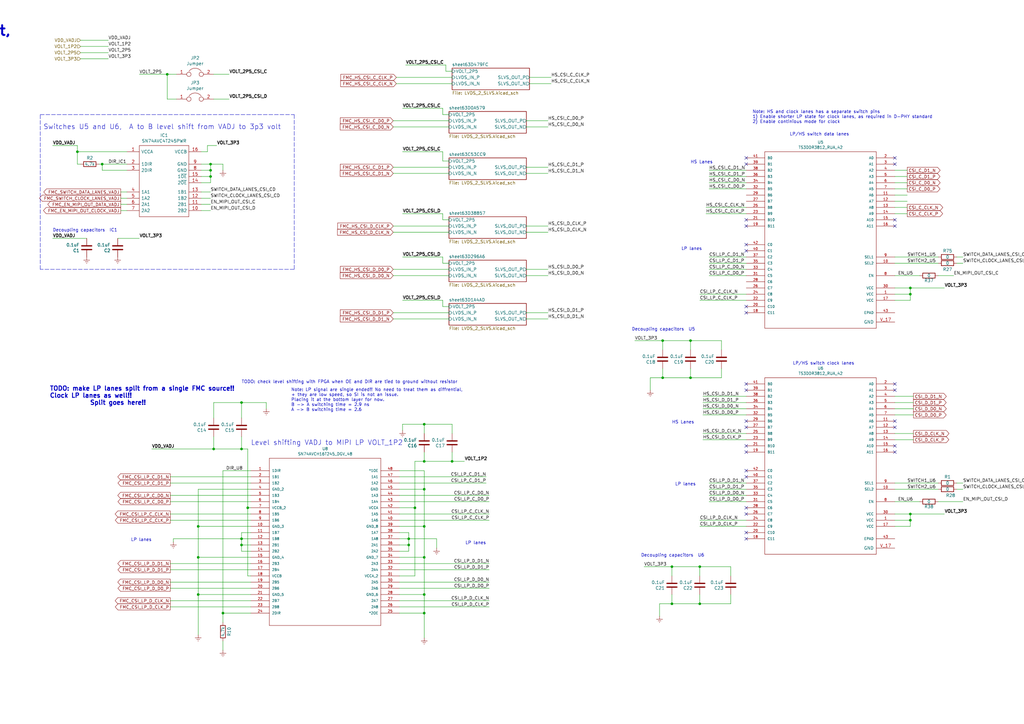
<source format=kicad_sch>
(kicad_sch (version 20211123) (generator eeschema)
  (paper "A3")
  (junction (at 87.63 184.15))
  (junction (at 170.18 208.28))
  (junction (at 91.44 251.46))
  (junction (at 275.59 247.65))
  (junction (at 99.06 165.1))
  (junction (at 287.02 232.41))
  (junction (at 275.59 232.41))
  (junction (at 167.64 223.52))
  (junction (at 283.21 139.7))
  (junction (at 173.99 215.9))
  (junction (at 99.06 184.15))
  (junction (at 287.02 247.65))
  (junction (at 373.38 118.11))
  (junction (at 173.99 251.46))
  (junction (at 373.38 120.65))
  (junction (at 373.38 210.82))
  (junction (at 167.64 220.98))
  (junction (at 81.28 243.84))
  (junction (at 173.99 200.66))
  (junction (at 271.78 154.94))
  (junction (at 99.06 220.98))
  (junction (at 101.6 208.28))
  (junction (at 173.99 189.23))
  (junction (at 31.75 62.23))
  (junction (at 373.38 213.36))
  (junction (at 173.99 173.99))
  (junction (at 86.36 72.39))
  (junction (at 271.78 139.7))
  (junction (at 41.91 67.31))
  (junction (at 173.99 228.6))
  (junction (at 86.36 69.85))
  (junction (at 99.06 223.52))
  (junction (at 185.42 189.23))
  (junction (at 68.58 30.48))
  (junction (at 86.36 67.31))
  (junction (at 81.28 215.9))
  (junction (at 283.21 154.94))
  (junction (at 81.28 228.6))
  (junction (at 173.99 243.84))
  (no_connect (at 306.07 210.82))
  (no_connect (at 306.07 193.04))
  (no_connect (at 306.07 100.33))
  (no_connect (at 306.07 218.44))
  (no_connect (at 367.03 185.42))
  (no_connect (at 306.07 220.98))
  (no_connect (at 306.07 90.17))
  (no_connect (at 306.07 67.31))
  (no_connect (at 306.07 64.77))
  (no_connect (at 306.07 185.42))
  (no_connect (at 367.03 64.77))
  (no_connect (at 367.03 90.17))
  (no_connect (at 367.03 175.26))
  (no_connect (at 306.07 208.28))
  (no_connect (at 367.03 160.02))
  (no_connect (at 306.07 172.72))
  (no_connect (at 306.07 175.26))
  (no_connect (at 306.07 102.87))
  (no_connect (at 367.03 157.48))
  (no_connect (at 367.03 92.71))
  (no_connect (at 306.07 157.48))
  (no_connect (at 367.03 182.88))
  (no_connect (at 367.03 172.72))
  (no_connect (at 306.07 92.71))
  (no_connect (at 306.07 125.73))
  (no_connect (at 306.07 195.58))
  (no_connect (at 306.07 128.27))
  (no_connect (at 306.07 160.02))
  (no_connect (at 306.07 182.88))
  (no_connect (at 367.03 67.31))
  (wire (pts (xy 373.38 118.11) (xy 373.38 120.65)))
  (wire (pts (xy 181.61 66.04) (xy 184.15 66.04)))
  (wire (pts (xy 82.55 62.23) (xy 85.09 62.23)))
  (wire (pts (xy 102.87 233.68) (xy 69.85 233.68)))
  (wire (pts (xy 69.85 203.2) (xy 102.87 203.2)))
  (wire (pts (xy 161.29 128.27) (xy 184.15 128.27)))
  (wire (pts (xy 86.36 72.39) (xy 86.36 69.85)))
  (wire (pts (xy 99.06 220.98) (xy 71.12 220.98)))
  (wire (pts (xy 102.87 193.04) (xy 91.44 193.04)))
  (wire (pts (xy 69.85 248.92) (xy 102.87 248.92)))
  (wire (pts (xy 57.15 97.79) (xy 48.26 97.79)))
  (wire (pts (xy 184.15 52.07) (xy 161.29 52.07)))
  (wire (pts (xy 271.78 139.7) (xy 271.78 143.51)))
  (wire (pts (xy 299.72 236.22) (xy 299.72 232.41)))
  (polyline (pts (xy 120.65 46.99) (xy 120.65 110.49)))
  (wire (pts (xy 283.21 139.7) (xy 271.78 139.7)))
  (wire (pts (xy 33.02 21.59) (xy 44.45 21.59)))
  (wire (pts (xy 99.06 184.15) (xy 101.6 184.15)))
  (wire (pts (xy 68.58 30.48) (xy 72.39 30.48)))
  (wire (pts (xy 102.87 223.52) (xy 99.06 223.52)))
  (wire (pts (xy 163.83 243.84) (xy 173.99 243.84)))
  (wire (pts (xy 184.15 107.95) (xy 181.61 107.95)))
  (wire (pts (xy 163.83 195.58) (xy 199.39 195.58)))
  (wire (pts (xy 81.28 200.66) (xy 81.28 215.9)))
  (wire (pts (xy 161.29 68.58) (xy 184.15 68.58)))
  (wire (pts (xy 52.07 69.85) (xy 41.91 69.85)))
  (wire (pts (xy 287.02 247.65) (xy 275.59 247.65)))
  (wire (pts (xy 306.07 203.2) (xy 290.83 203.2)))
  (wire (pts (xy 373.38 123.19) (xy 367.03 123.19)))
  (wire (pts (xy 392.43 198.12) (xy 394.97 198.12)))
  (wire (pts (xy 287.02 232.41) (xy 275.59 232.41)))
  (wire (pts (xy 69.85 195.58) (xy 102.87 195.58)))
  (wire (pts (xy 217.17 34.29) (xy 226.06 34.29)))
  (wire (pts (xy 217.17 31.75) (xy 226.06 31.75)))
  (wire (pts (xy 69.85 238.76) (xy 102.87 238.76)))
  (wire (pts (xy 306.07 170.18) (xy 288.29 170.18)))
  (wire (pts (xy 270.51 247.65) (xy 270.51 252.73)))
  (wire (pts (xy 41.91 69.85) (xy 41.91 67.31)))
  (wire (pts (xy 181.61 107.95) (xy 181.61 105.41)))
  (wire (pts (xy 62.23 184.15) (xy 87.63 184.15)))
  (wire (pts (xy 215.9 128.27) (xy 224.79 128.27)))
  (wire (pts (xy 163.83 248.92) (xy 200.66 248.92)))
  (wire (pts (xy 170.18 236.22) (xy 170.18 208.28)))
  (wire (pts (xy 102.87 213.36) (xy 69.85 213.36)))
  (wire (pts (xy 173.99 228.6) (xy 173.99 243.84)))
  (wire (pts (xy 81.28 215.9) (xy 81.28 228.6)))
  (wire (pts (xy 82.55 67.31) (xy 86.36 67.31)))
  (wire (pts (xy 367.03 165.1) (xy 374.65 165.1)))
  (wire (pts (xy 163.83 218.44) (xy 167.64 218.44)))
  (wire (pts (xy 215.9 92.71) (xy 224.79 92.71)))
  (wire (pts (xy 306.07 213.36) (xy 287.02 213.36)))
  (wire (pts (xy 306.07 110.49) (xy 290.83 110.49)))
  (wire (pts (xy 367.03 177.8) (xy 374.65 177.8)))
  (wire (pts (xy 306.07 215.9) (xy 287.02 215.9)))
  (wire (pts (xy 275.59 243.84) (xy 275.59 247.65)))
  (wire (pts (xy 101.6 184.15) (xy 101.6 208.28)))
  (wire (pts (xy 161.29 113.03) (xy 184.15 113.03)))
  (wire (pts (xy 167.64 226.06) (xy 163.83 226.06)))
  (wire (pts (xy 91.44 262.89) (xy 91.44 266.7)))
  (wire (pts (xy 299.72 232.41) (xy 287.02 232.41)))
  (wire (pts (xy 102.87 215.9) (xy 81.28 215.9)))
  (wire (pts (xy 306.07 198.12) (xy 290.83 198.12)))
  (wire (pts (xy 33.02 24.13) (xy 44.45 24.13)))
  (wire (pts (xy 99.06 165.1) (xy 109.22 165.1)))
  (wire (pts (xy 52.07 81.28) (xy 49.53 81.28)))
  (wire (pts (xy 306.07 180.34) (xy 288.29 180.34)))
  (wire (pts (xy 295.91 139.7) (xy 283.21 139.7)))
  (wire (pts (xy 299.72 243.84) (xy 299.72 247.65)))
  (wire (pts (xy 86.36 67.31) (xy 91.44 67.31)))
  (wire (pts (xy 392.43 107.95) (xy 394.97 107.95)))
  (wire (pts (xy 367.03 200.66) (xy 384.81 200.66)))
  (wire (pts (xy 215.9 52.07) (xy 224.79 52.07)))
  (wire (pts (xy 167.64 220.98) (xy 179.07 220.98)))
  (wire (pts (xy 173.99 251.46) (xy 173.99 261.62)))
  (wire (pts (xy 87.63 171.45) (xy 87.63 165.1)))
  (wire (pts (xy 173.99 215.9) (xy 173.99 228.6)))
  (wire (pts (xy 184.15 110.49) (xy 161.29 110.49)))
  (wire (pts (xy 306.07 162.56) (xy 288.29 162.56)))
  (wire (pts (xy 173.99 173.99) (xy 185.42 173.99)))
  (wire (pts (xy 182.88 29.21) (xy 182.88 26.67)))
  (wire (pts (xy 86.36 69.85) (xy 86.36 67.31)))
  (wire (pts (xy 215.9 113.03) (xy 224.79 113.03)))
  (wire (pts (xy 163.83 210.82) (xy 200.66 210.82)))
  (wire (pts (xy 99.06 220.98) (xy 99.06 223.52)))
  (wire (pts (xy 40.64 67.31) (xy 41.91 67.31)))
  (wire (pts (xy 33.02 19.05) (xy 44.45 19.05)))
  (wire (pts (xy 367.03 167.64) (xy 374.65 167.64)))
  (wire (pts (xy 215.9 49.53) (xy 224.79 49.53)))
  (wire (pts (xy 52.07 78.74) (xy 49.53 78.74)))
  (wire (pts (xy 167.64 223.52) (xy 167.64 226.06)))
  (wire (pts (xy 163.83 236.22) (xy 170.18 236.22)))
  (wire (pts (xy 392.43 105.41) (xy 394.97 105.41)))
  (wire (pts (xy 275.59 232.41) (xy 275.59 236.22)))
  (wire (pts (xy 85.09 62.23) (xy 85.09 59.69)))
  (wire (pts (xy 68.58 40.64) (xy 72.39 40.64)))
  (wire (pts (xy 373.38 215.9) (xy 367.03 215.9)))
  (wire (pts (xy 181.61 62.23) (xy 181.61 66.04)))
  (wire (pts (xy 163.83 246.38) (xy 200.66 246.38)))
  (wire (pts (xy 306.07 167.64) (xy 288.29 167.64)))
  (wire (pts (xy 102.87 228.6) (xy 81.28 228.6)))
  (wire (pts (xy 295.91 154.94) (xy 283.21 154.94)))
  (wire (pts (xy 184.15 46.99) (xy 181.61 46.99)))
  (wire (pts (xy 185.42 29.21) (xy 182.88 29.21)))
  (wire (pts (xy 287.02 243.84) (xy 287.02 247.65)))
  (wire (pts (xy 102.87 218.44) (xy 99.06 218.44)))
  (wire (pts (xy 163.83 213.36) (xy 200.66 213.36)))
  (wire (pts (xy 367.03 105.41) (xy 384.81 105.41)))
  (wire (pts (xy 373.38 118.11) (xy 367.03 118.11)))
  (wire (pts (xy 283.21 151.13) (xy 283.21 154.94)))
  (wire (pts (xy 181.61 123.19) (xy 165.1 123.19)))
  (wire (pts (xy 173.99 189.23) (xy 170.18 189.23)))
  (wire (pts (xy 91.44 251.46) (xy 91.44 255.27)))
  (wire (pts (xy 215.9 68.58) (xy 224.79 68.58)))
  (wire (pts (xy 367.03 180.34) (xy 374.65 180.34)))
  (wire (pts (xy 165.1 176.53) (xy 165.1 173.99)))
  (wire (pts (xy 99.06 218.44) (xy 99.06 220.98)))
  (wire (pts (xy 306.07 107.95) (xy 290.83 107.95)))
  (wire (pts (xy 367.03 77.47) (xy 372.11 77.47)))
  (wire (pts (xy 181.61 46.99) (xy 181.61 44.45)))
  (wire (pts (xy 306.07 177.8) (xy 288.29 177.8)))
  (wire (pts (xy 41.91 67.31) (xy 52.07 67.31)))
  (wire (pts (xy 181.61 87.63) (xy 165.1 87.63)))
  (wire (pts (xy 21.59 59.69) (xy 31.75 59.69)))
  (polyline (pts (xy 16.51 110.49) (xy 16.51 46.99)))
  (wire (pts (xy 373.38 210.82) (xy 387.35 210.82)))
  (wire (pts (xy 181.61 125.73) (xy 181.61 123.19)))
  (wire (pts (xy 392.43 200.66) (xy 394.97 200.66)))
  (wire (pts (xy 99.06 171.45) (xy 99.06 165.1)))
  (wire (pts (xy 99.06 226.06) (xy 102.87 226.06)))
  (wire (pts (xy 69.85 210.82) (xy 102.87 210.82)))
  (wire (pts (xy 306.07 200.66) (xy 290.83 200.66)))
  (wire (pts (xy 82.55 69.85) (xy 86.36 69.85)))
  (wire (pts (xy 215.9 71.12) (xy 224.79 71.12)))
  (wire (pts (xy 185.42 185.42) (xy 185.42 189.23)))
  (wire (pts (xy 373.38 213.36) (xy 367.03 213.36)))
  (wire (pts (xy 87.63 30.48) (xy 93.98 30.48)))
  (wire (pts (xy 215.9 110.49) (xy 224.79 110.49)))
  (wire (pts (xy 87.63 179.07) (xy 87.63 184.15)))
  (wire (pts (xy 306.07 77.47) (xy 290.83 77.47)))
  (wire (pts (xy 283.21 143.51) (xy 283.21 139.7)))
  (wire (pts (xy 161.29 95.25) (xy 184.15 95.25)))
  (wire (pts (xy 367.03 74.93) (xy 372.11 74.93)))
  (wire (pts (xy 163.83 205.74) (xy 200.66 205.74)))
  (wire (pts (xy 163.83 251.46) (xy 173.99 251.46)))
  (wire (pts (xy 287.02 236.22) (xy 287.02 232.41)))
  (wire (pts (xy 287.02 120.65) (xy 306.07 120.65)))
  (wire (pts (xy 91.44 193.04) (xy 91.44 251.46)))
  (wire (pts (xy 367.03 82.55) (xy 372.11 82.55)))
  (wire (pts (xy 173.99 185.42) (xy 173.99 189.23)))
  (wire (pts (xy 373.38 120.65) (xy 367.03 120.65)))
  (wire (pts (xy 170.18 189.23) (xy 170.18 208.28)))
  (wire (pts (xy 266.7 154.94) (xy 266.7 160.02)))
  (wire (pts (xy 33.02 16.51) (xy 44.45 16.51)))
  (wire (pts (xy 173.99 200.66) (xy 173.99 215.9)))
  (wire (pts (xy 163.83 198.12) (xy 199.39 198.12)))
  (wire (pts (xy 31.75 62.23) (xy 52.07 62.23)))
  (wire (pts (xy 306.07 113.03) (xy 290.83 113.03)))
  (wire (pts (xy 71.12 220.98) (xy 71.12 222.25)))
  (wire (pts (xy 295.91 143.51) (xy 295.91 139.7)))
  (wire (pts (xy 181.61 44.45) (xy 165.1 44.45)))
  (wire (pts (xy 163.83 233.68) (xy 200.66 233.68)))
  (wire (pts (xy 163.83 200.66) (xy 173.99 200.66)))
  (wire (pts (xy 102.87 251.46) (xy 91.44 251.46)))
  (wire (pts (xy 109.22 165.1) (xy 109.22 167.64)))
  (wire (pts (xy 306.07 205.74) (xy 290.83 205.74)))
  (wire (pts (xy 85.09 59.69) (xy 88.9 59.69)))
  (wire (pts (xy 165.1 62.23) (xy 181.61 62.23)))
  (wire (pts (xy 173.99 193.04) (xy 173.99 200.66)))
  (wire (pts (xy 87.63 165.1) (xy 99.06 165.1)))
  (wire (pts (xy 167.64 220.98) (xy 167.64 223.52)))
  (wire (pts (xy 384.81 113.03) (xy 391.16 113.03)))
  (wire (pts (xy 275.59 232.41) (xy 264.16 232.41)))
  (wire (pts (xy 367.03 80.01) (xy 372.11 80.01)))
  (wire (pts (xy 163.83 193.04) (xy 173.99 193.04)))
  (wire (pts (xy 283.21 154.94) (xy 271.78 154.94)))
  (wire (pts (xy 68.58 30.48) (xy 68.58 40.64)))
  (wire (pts (xy 163.83 203.2) (xy 200.66 203.2)))
  (wire (pts (xy 33.02 67.31) (xy 31.75 67.31)))
  (wire (pts (xy 101.6 208.28) (xy 102.87 208.28)))
  (wire (pts (xy 163.83 238.76) (xy 200.66 238.76)))
  (wire (pts (xy 86.36 74.93) (xy 86.36 72.39)))
  (polyline (pts (xy 120.65 110.49) (xy 16.51 110.49)))
  (wire (pts (xy 99.06 179.07) (xy 99.06 184.15)))
  (wire (pts (xy 190.5 189.23) (xy 185.42 189.23)))
  (wire (pts (xy 102.87 236.22) (xy 101.6 236.22)))
  (wire (pts (xy 295.91 151.13) (xy 295.91 154.94)))
  (wire (pts (xy 367.03 85.09) (xy 372.11 85.09)))
  (wire (pts (xy 69.85 241.3) (xy 102.87 241.3)))
  (wire (pts (xy 102.87 243.84) (xy 81.28 243.84)))
  (wire (pts (xy 373.38 210.82) (xy 373.38 213.36)))
  (wire (pts (xy 161.29 71.12) (xy 184.15 71.12)))
  (wire (pts (xy 185.42 173.99) (xy 185.42 177.8)))
  (wire (pts (xy 271.78 154.94) (xy 266.7 154.94)))
  (wire (pts (xy 306.07 87.63) (xy 289.56 87.63)))
  (wire (pts (xy 69.85 246.38) (xy 102.87 246.38)))
  (wire (pts (xy 82.55 78.74) (xy 86.36 78.74)))
  (wire (pts (xy 82.55 74.93) (xy 86.36 74.93)))
  (wire (pts (xy 170.18 208.28) (xy 163.83 208.28)))
  (wire (pts (xy 99.06 223.52) (xy 99.06 226.06)))
  (wire (pts (xy 275.59 247.65) (xy 270.51 247.65)))
  (wire (pts (xy 102.87 205.74) (xy 69.85 205.74)))
  (wire (pts (xy 87.63 40.64) (xy 93.98 40.64)))
  (wire (pts (xy 87.63 184.15) (xy 99.06 184.15)))
  (wire (pts (xy 163.83 228.6) (xy 173.99 228.6)))
  (wire (pts (xy 57.15 30.48) (xy 68.58 30.48)))
  (wire (pts (xy 271.78 151.13) (xy 271.78 154.94)))
  (wire (pts (xy 49.53 83.82) (xy 52.07 83.82)))
  (wire (pts (xy 163.83 231.14) (xy 200.66 231.14)))
  (wire (pts (xy 384.81 205.74) (xy 394.97 205.74)))
  (wire (pts (xy 373.38 213.36) (xy 373.38 215.9)))
  (wire (pts (xy 101.6 208.28) (xy 101.6 236.22)))
  (polyline (pts (xy 16.51 46.99) (xy 120.65 46.99)))
  (wire (pts (xy 163.83 223.52) (xy 167.64 223.52)))
  (wire (pts (xy 31.75 67.31) (xy 31.75 62.23)))
  (wire (pts (xy 165.1 173.99) (xy 173.99 173.99)))
  (wire (pts (xy 367.03 170.18) (xy 374.65 170.18)))
  (wire (pts (xy 49.53 86.36) (xy 52.07 86.36)))
  (wire (pts (xy 21.59 97.79) (xy 35.56 97.79)))
  (wire (pts (xy 271.78 139.7) (xy 260.35 139.7)))
  (wire (pts (xy 367.03 87.63) (xy 372.11 87.63)))
  (wire (pts (xy 181.61 90.17) (xy 181.61 87.63)))
  (wire (pts (xy 184.15 90.17) (xy 181.61 90.17)))
  (wire (pts (xy 82.55 83.82) (xy 86.36 83.82)))
  (wire (pts (xy 299.72 247.65) (xy 287.02 247.65)))
  (wire (pts (xy 215.9 95.25) (xy 224.79 95.25)))
  (wire (pts (xy 367.03 69.85) (xy 372.11 69.85)))
  (wire (pts (xy 86.36 86.36) (xy 82.55 86.36)))
  (wire (pts (xy 367.03 107.95) (xy 384.81 107.95)))
  (wire (pts (xy 367.03 72.39) (xy 372.11 72.39)))
  (wire (pts (xy 81.28 243.84) (xy 81.28 260.35)))
  (wire (pts (xy 173.99 243.84) (xy 173.99 251.46)))
  (wire (pts (xy 102.87 220.98) (xy 99.06 220.98)))
  (wire (pts (xy 173.99 177.8) (xy 173.99 173.99)))
  (wire (pts (xy 82.55 81.28) (xy 86.36 81.28)))
  (wire (pts (xy 367.03 162.56) (xy 374.65 162.56)))
  (wire (pts (xy 367.03 113.03) (xy 377.19 113.03)))
  (wire (pts (xy 82.55 72.39) (xy 86.36 72.39)))
  (wire (pts (xy 181.61 105.41) (xy 165.1 105.41)))
  (wire (pts (xy 182.88 26.67) (xy 166.37 26.67)))
  (wire (pts (xy 69.85 231.14) (xy 102.87 231.14)))
  (wire (pts (xy 306.07 123.19) (xy 287.02 123.19)))
  (wire (pts (xy 102.87 198.12) (xy 69.85 198.12)))
  (wire (pts (xy 306.07 165.1) (xy 288.29 165.1)))
  (wire (pts (xy 306.07 74.93) (xy 290.83 74.93)))
  (wire (pts (xy 167.64 218.44) (xy 167.64 220.98)))
  (wire (pts (xy 185.42 34.29) (xy 162.56 34.29)))
  (wire (pts (xy 373.38 210.82) (xy 367.03 210.82)))
  (wire (pts (xy 306.07 72.39) (xy 290.83 72.39)))
  (wire (pts (xy 179.07 220.98) (xy 179.07 224.79)))
  (wire (pts (xy 306.07 105.41) (xy 290.83 105.41)))
  (wire (pts (xy 373.38 118.11) (xy 387.35 118.11)))
  (wire (pts (xy 215.9 130.81) (xy 224.79 130.81)))
  (wire (pts (xy 367.03 205.74) (xy 377.19 205.74)))
  (wire (pts (xy 81.28 228.6) (xy 81.28 243.84)))
  (wire (pts (xy 306.07 69.85) (xy 290.83 69.85)))
  (wire (pts (xy 367.03 198.12) (xy 384.81 198.12)))
  (wire (pts (xy 373.38 120.65) (xy 373.38 123.19)))
  (wire (pts (xy 163.83 241.3) (xy 200.66 241.3)))
  (wire (pts (xy 184.15 92.71) (xy 161.29 92.71)))
  (wire (pts (xy 184.15 125.73) (xy 181.61 125.73)))
  (wire (pts (xy 162.56 31.75) (xy 185.42 31.75)))
  (wire (pts (xy 163.83 215.9) (xy 173.99 215.9)))
  (wire (pts (xy 31.75 59.69) (xy 31.75 62.23)))
  (wire (pts (xy 184.15 130.81) (xy 161.29 130.81)))
  (wire (pts (xy 289.56 85.09) (xy 306.07 85.09)))
  (wire (pts (xy 91.44 67.31) (xy 91.44 69.85)))
  (wire (pts (xy 161.29 49.53) (xy 184.15 49.53)))
  (wire (pts (xy 102.87 200.66) (xy 81.28 200.66)))
  (wire (pts (xy 163.83 220.98) (xy 167.64 220.98)))
  (wire (pts (xy 185.42 189.23) (xy 173.99 189.23)))
  (text "LP lanes" (at 276.86 199.39 0) (effects (font (size 1.27 1.27)) (justify left bottom)))
  (text "TODO: make LP lanes split from a single FMC source!!\nClock LP lanes as well!!\n            Split goes here!!" (at 20.32 166.37 0) (effects (font (size 1.8034 1.8034) (thickness 0.3607) bold) (justify left bottom)))
  (text "Note: LP signal are single ended!! No need to treat them as diffrential,\n+ they are low speed, so SI is not an issue.\nPlacing it at the bottom layer for now.\nB -> A switching time = 2.9 ns\nA -> B switching time = 2.6" (at 119.38 168.91 0) (effects (font (size 1.27 1.27)) (justify left bottom)))
  (text "HS Lanes" (at 275.59 173.99 0) (effects (font (size 1.27 1.27)) (justify left bottom)))
  (text "LP/HS switch clock lanes" (at 325.12 149.86 0) (effects (font (size 1.27 1.27)) (justify left bottom)))
  (text "TODO:!! Use 4 bit level shifter to 3.3 volt, \nuse output enable pin as well.\nUSE: SN74AVC4T245PWR" (at -125.73 27.94 0) (effects (font (size 3.9878 3.9878) (thickness 0.7976) bold) (justify left bottom)))
  (text "LP lanes" (at 62.23 222.25 180) (effects (font (size 1.27 1.27)) (justify right bottom)))
  (text "Level shifting VADJ to MIPI LP VOLT_1P2" (at 102.87 182.88 0) (effects (font (size 2.0066 2.0066)) (justify left bottom)))
  (text "Decoupling capacitors  IC1" (at 21.59 95.25 0) (effects (font (size 1.27 1.27)) (justify left bottom)))
  (text "Decoupling capacitors  U5" (at 259.08 135.89 0) (effects (font (size 1.27 1.27)) (justify left bottom)))
  (text "Note: HS and clock lanes has a separate switch pins\n1) Enable shorter LP state for clock lanes, as required in D-PHY standard\n2) Enable continious mode for clock" (at 308.61 50.8 0) (effects (font (size 1.27 1.27)) (justify left bottom)))
  (text "LP/HS switch data lanes" (at 323.85 55.88 0) (effects (font (size 1.27 1.27)) (justify left bottom)))
  (text "Decoupling capacitors  U6" (at 262.89 228.6 0) (effects (font (size 1.27 1.27)) (justify left bottom)))
  (text "LP lanes" (at 199.39 223.52 180) (effects (font (size 1.27 1.27)) (justify right bottom)))
  (text "HS Lanes" (at 283.21 67.31 0) (effects (font (size 1.27 1.27)) (justify left bottom)))
  (text "Switches U5 and U6,  A to B level shift from VADJ to 3p3 volt " (at 17.78 53.34 0) (effects (font (size 2.0066 2.0066)) (justify left bottom)))
  (text "TODO: check level shifting with FPGA when OE and DIR are tied to ground without resistor" (at 99.06 157.48 0) (effects (font (size 1.27 1.27)) (justify left bottom)))
  (text "LP lanes" (at 279.4 102.87 0) (effects (font (size 1.27 1.27)) (justify left bottom)))
  (label "VOLT_3P3" (at 88.9 59.69 0) (effects (font (thickness 0.254) bold)))
  (label "CSI_LP_D_D0_N" (at 290.83 203.2 0))
  (label "CSI_LP_C_CLK_N" (at 287.02 120.65 0))
  (label "VOLT_3P3" (at 260.35 139.7 0))
  (label "SWITCH2_U6" (at 372.11 200.66 0))
  (label "HS_CSI_C_D1_P" (at 290.83 72.39 0))
  (label "CSI_LP_D_D1_P" (at 200.66 233.68 180))
  (label "CSI_LP_C_D0_P" (at 290.83 113.03 0))
  (label "HS_CSI_D_D1_N" (at 224.79 130.81 0))
  (label "VOLT_3P3" (at 44.45 24.13 0))
  (label "CSI_LP_D_CLK_N" (at 200.66 246.38 180))
  (label "SWITCH_DATA_LANES_CSI_CD" (at 394.97 198.12 0))
  (label "VDD_VADJ" (at 62.23 184.15 0) (effects (font (thickness 0.254) bold)))
  (label "CSI_LP_C_D1_P" (at 290.83 107.95 0))
  (label "VOLT_2P5_CSI_D" (at 165.1 87.63 0) (effects (font (thickness 0.254) bold)))
  (label "CSI_LP_C_CLK_N" (at 200.66 210.82 180))
  (label "HS_CSI_D_D0_N" (at 288.29 167.64 0))
  (label "CSI_LP_D_CLK_P" (at 287.02 215.9 0))
  (label "VOLT_2P5_CSI_C" (at 93.98 30.48 0) (effects (font (thickness 0.254) bold)))
  (label "EN_U5" (at 368.3 113.03 0))
  (label "HS_CSI_C_D1_N" (at 224.79 71.12 0))
  (label "CSI_LP_D_D1_N" (at 200.66 231.14 180))
  (label "CSI_LP_D_D0_N" (at 200.66 238.76 180))
  (label "VOLT_2P5" (at 57.15 30.48 0))
  (label "SWITCH2_U5" (at 372.11 107.95 0))
  (label "HS_CSI_C_CLK_N" (at 226.06 34.29 0))
  (label "HS_CSI_C_D1_P" (at 224.79 68.58 0))
  (label "VOLT_2P5_CSI_C" (at 165.1 44.45 0) (effects (font (thickness 0.254) bold)))
  (label "VOLT_2P5_CSI_C" (at 165.1 62.23 0) (effects (font (thickness 0.254) bold)))
  (label "SWITCH_CLOCK_LANES_CSI_CD" (at 86.36 81.28 0))
  (label "EN_U6" (at 368.3 205.74 0))
  (label "CSI_LP_C_D1_N" (at 290.83 105.41 0))
  (label "HS_CSI_D_D1_P" (at 224.79 128.27 0))
  (label "HS_CSI_D_D1_P" (at 288.29 165.1 0))
  (label "VOLT_3P3" (at 57.15 97.79 0) (effects (font (thickness 0.254) bold)))
  (label "VDD_VADJ" (at 21.59 59.69 0) (effects (font (thickness 0.254) bold)))
  (label "HS_CSI_D_D0_P" (at 224.79 110.49 0))
  (label "SWITCH_DATA_LANES_CSI_CD" (at 394.97 105.41 0))
  (label "VOLT_3P3" (at 387.35 118.11 0) (effects (font (thickness 0.254) bold)))
  (label "EN_MIPI_OUT_CSI_C" (at 391.16 113.03 0))
  (label "CSI_LP_C_D0_P" (at 200.66 205.74 180))
  (label "CSI_LP_D_CLK_N" (at 287.02 213.36 0))
  (label "HS_CSI_C_D0_P" (at 224.79 49.53 0))
  (label "VDD_VADJ" (at 44.45 16.51 0))
  (label "SWITCH1_U6" (at 372.11 198.12 0))
  (label "CSI_LP_D_CLK_P" (at 200.66 248.92 180))
  (label "VOLT_2P5" (at 44.45 21.59 0))
  (label "HS_CSI_D_CLK_P" (at 224.79 92.71 0))
  (label "VOLT_1P2" (at 44.45 19.05 0))
  (label "VOLT_3P3" (at 387.35 210.82 0) (effects (font (thickness 0.254) bold)))
  (label "CSI_LP_C_D0_N" (at 200.66 203.2 180))
  (label "HS_CSI_C_D0_N" (at 290.83 74.93 0))
  (label "EN_MIPI_OUT_CSI_C" (at 86.36 83.82 0))
  (label "VOLT_1P2" (at 190.5 189.23 0) (effects (font (thickness 0.254) bold)))
  (label "CSI_LP_C_D0_N" (at 290.83 110.49 0))
  (label "CSI_LP_C_CLK_P" (at 200.66 213.36 180))
  (label "HS_CSI_D_CLK_P" (at 288.29 180.34 0))
  (label "CSI_LP_D_D1_N" (at 290.83 198.12 0))
  (label "HS_CSI_C_D0_P" (at 290.83 77.47 0))
  (label "VOLT_3P3" (at 264.16 232.41 0))
  (label "HS_CSI_C_CLK_N" (at 289.56 85.09 0))
  (label "VOLT_2P5_CSI_D" (at 165.1 105.41 0) (effects (font (thickness 0.254) bold)))
  (label "SWITCH1_U5" (at 372.11 105.41 0))
  (label "SWITCH_DATA_LANES_CSI_CD" (at 86.36 78.74 0))
  (label "CSI_LP_C_CLK_P" (at 287.02 123.19 0))
  (label "HS_CSI_D_D1_N" (at 288.29 162.56 0))
  (label "SWITCH_CLOCK_LANES_CSI_CD" (at 394.97 200.66 0))
  (label "HS_CSI_D_D0_P" (at 288.29 170.18 0))
  (label "HS_CSI_D_CLK_N" (at 288.29 177.8 0))
  (label "HS_CSI_D_CLK_N" (at 224.79 95.25 0))
  (label "VOLT_2P5_CSI_C" (at 166.37 26.67 0) (effects (font (thickness 0.254) bold)))
  (label "HS_CSI_D_D0_N" (at 224.79 113.03 0))
  (label "DIR_IC1" (at 44.45 67.31 0))
  (label "CSI_LP_D_D1_P" (at 290.83 200.66 0))
  (label "CSI_LP_C_D1_P" (at 199.39 198.12 180))
  (label "DIR_U8" (at 92.71 193.04 0))
  (label "SWITCH_CLOCK_LANES_CSI_CD" (at 394.97 107.95 0))
  (label "EN_MIPI_OUT_CSI_D" (at 394.97 205.74 0))
  (label "VOLT_2P5_CSI_D" (at 165.1 123.19 0) (effects (font (thickness 0.254) bold)))
  (label "CSI_LP_D_D0_P" (at 200.66 241.3 180))
  (label "CSI_LP_D_D0_P" (at 290.83 205.74 0))
  (label "EN_MIPI_OUT_CSI_D" (at 86.36 86.36 0))
  (label "VDD_VADJ" (at 21.59 97.79 0) (effects (font (thickness 0.254) bold)))
  (label "HS_CSI_C_D1_N" (at 290.83 69.85 0))
  (label "CSI_LP_C_D1_N" (at 199.39 195.58 180))
  (label "HS_CSI_C_D0_N" (at 224.79 52.07 0))
  (label "HS_CSI_C_CLK_P" (at 289.56 87.63 0))
  (label "HS_CSI_C_CLK_P" (at 226.06 31.75 0))
  (label "VOLT_2P5_CSI_D" (at 93.98 40.64 0) (effects (font (thickness 0.254) bold)))
  (global_label "CSI_D_CLK_N" (shape output) (at 374.65 177.8 0) (property "Intersheet References" "${INTERSHEET_REFS}" (effects hide)))
  (global_label "CSI_D_D1_P" (shape output) (at 374.65 165.1 0) (property "Intersheet References" "${INTERSHEET_REFS}" (effects hide)))
  (global_label "FMC_CSI_LP_D_CLK_P" (shape output) (at 69.85 248.92 180) (property "Intersheet References" "${INTERSHEET_REFS}" (effects hide)))
  (global_label "CSI_C_CLK_P" (shape output) (at 372.11 87.63 0) (property "Intersheet References" "${INTERSHEET_REFS}" (effects hide)))
  (global_label "FMC_CSI_LP_D_D1_N" (shape output) (at 69.85 231.14 180) (property "Intersheet References" "${INTERSHEET_REFS}" (effects hide)))
  (global_label "FMC_SWITCH_DATA_LANES_VADJ" (shape output) (at 49.53 78.74 180) (property "Intersheet References" "${INTERSHEET_REFS}" (effects hide)))
  (global_label "CSI_C_CLK_N" (shape output) (at 372.11 85.09 0) (property "Intersheet References" "${INTERSHEET_REFS}" (effects hide)))
  (global_label "CSI_C_D1_N" (shape output) (at 372.11 69.85 0) (property "Intersheet References" "${INTERSHEET_REFS}" (effects hide)))
  (global_label "FMC_CSI_LP_D_CLK_N" (shape output) (at 69.85 246.38 180) (property "Intersheet References" "${INTERSHEET_REFS}" (effects hide)))
  (global_label "FMC_CSI_LP_C_D1_N" (shape output) (at 69.85 195.58 180) (property "Intersheet References" "${INTERSHEET_REFS}" (effects hide)))
  (global_label "FMC_HS_CSI_D_CLK_P" (shape input) (at 161.29 92.71 180) (property "Intersheet References" "${INTERSHEET_REFS}" (effects hide)))
  (global_label "FMC_HS_CSI_C_CLK_P" (shape input) (at 162.56 31.75 180) (property "Intersheet References" "${INTERSHEET_REFS}" (effects hide)))
  (global_label "CSI_D_D0_P" (shape output) (at 374.65 170.18 0) (property "Intersheet References" "${INTERSHEET_REFS}" (effects hide)))
  (global_label "FMC_CSI_LP_D_D0_P" (shape output) (at 69.85 241.3 180) (property "Intersheet References" "${INTERSHEET_REFS}" (effects hide)))
  (global_label "FMC_HS_CSI_D_D1_N" (shape input) (at 161.29 130.81 180) (property "Intersheet References" "${INTERSHEET_REFS}" (effects hide)))
  (global_label "FMC_HS_CSI_D_D1_P" (shape input) (at 161.29 128.27 180) (property "Intersheet References" "${INTERSHEET_REFS}" (effects hide)))
  (global_label "CSI_D_D1_N" (shape output) (at 374.65 162.56 0) (property "Intersheet References" "${INTERSHEET_REFS}" (effects hide)))
  (global_label "CSI_C_D0_P" (shape output) (at 372.11 77.47 0) (property "Intersheet References" "${INTERSHEET_REFS}" (effects hide)))
  (global_label "FMC_CSI_LP_C_D1_P" (shape output) (at 69.85 198.12 180) (property "Intersheet References" "${INTERSHEET_REFS}" (effects hide)))
  (global_label "FMC_HS_CSI_C_CLK_N" (shape input) (at 162.56 34.29 180) (property "Intersheet References" "${INTERSHEET_REFS}" (effects hide)))
  (global_label "FMC_HS_CSI_D_CLK_N" (shape input) (at 161.29 95.25 180) (property "Intersheet References" "${INTERSHEET_REFS}" (effects hide)))
  (global_label "FMC_CSI_LP_D_D0_N" (shape output) (at 69.85 238.76 180) (property "Intersheet References" "${INTERSHEET_REFS}" (effects hide)))
  (global_label "FMC_EN_MIPI_OUT_DATA_VADJ" (shape output) (at 49.53 83.82 180) (property "Intersheet References" "${INTERSHEET_REFS}" (effects hide)))
  (global_label "FMC_CSI_LP_C_D0_N" (shape output) (at 69.85 203.2 180) (property "Intersheet References" "${INTERSHEET_REFS}" (effects hide)))
  (global_label "FMC_HS_CSI_C_D0_P" (shape input) (at 161.29 49.53 180) (property "Intersheet References" "${INTERSHEET_REFS}" (effects hide)))
  (global_label "FMC_CSI_LP_C_CLK_N" (shape output) (at 69.85 210.82 180) (property "Intersheet References" "${INTERSHEET_REFS}" (effects hide)))
  (global_label "CSI_C_D1_P" (shape output) (at 372.11 72.39 0) (property "Intersheet References" "${INTERSHEET_REFS}" (effects hide)))
  (global_label "CSI_D_D0_N" (shape output) (at 374.65 167.64 0) (property "Intersheet References" "${INTERSHEET_REFS}" (effects hide)))
  (global_label "FMC_HS_CSI_D_D0_N" (shape input) (at 161.29 113.03 180) (property "Intersheet References" "${INTERSHEET_REFS}" (effects hide)))
  (global_label "FMC_HS_CSI_C_D1_P" (shape input) (at 161.29 68.58 180) (property "Intersheet References" "${INTERSHEET_REFS}" (effects hide)))
  (global_label "FMC_EN_MIPI_OUT_CLOCK_VADJ" (shape output) (at 49.53 86.36 180) (property "Intersheet References" "${INTERSHEET_REFS}" (effects hide)))
  (global_label "CSI_C_D0_N" (shape output) (at 372.11 74.93 0) (property "Intersheet References" "${INTERSHEET_REFS}" (effects hide)))
  (global_label "FMC_CSI_LP_C_CLK_P" (shape output) (at 69.85 213.36 180) (property "Intersheet References" "${INTERSHEET_REFS}" (effects hide)))
  (global_label "FMC_HS_CSI_C_D1_N" (shape input) (at 161.29 71.12 180) (property "Intersheet References" "${INTERSHEET_REFS}" (effects hide)))
  (global_label "FMC_CSI_LP_C_D0_P" (shape output) (at 69.85 205.74 180) (property "Intersheet References" "${INTERSHEET_REFS}" (effects hide)))
  (global_label "FMC_SWITCH_CLOCK_LANES_VADJ" (shape output) (at 49.53 81.28 180) (property "Intersheet References" "${INTERSHEET_REFS}" (effects hide)))
  (global_label "CSI_D_CLK_P" (shape output) (at 374.65 180.34 0) (property "Intersheet References" "${INTERSHEET_REFS}" (effects hide)))
  (global_label "FMC_CSI_LP_D_D1_P" (shape output) (at 69.85 233.68 180) (property "Intersheet References" "${INTERSHEET_REFS}" (effects hide)))
  (global_label "FMC_HS_CSI_C_D0_N" (shape input) (at 161.29 52.07 180) (property "Intersheet References" "${INTERSHEET_REFS}" (effects hide)))
  (global_label "FMC_HS_CSI_D_D0_P" (shape input) (at 161.29 110.49 180) (property "Intersheet References" "${INTERSHEET_REFS}" (effects hide)))
  (hierarchical_label "VOLT_1P2" (shape input) (at 33.02 19.05 180))
  (hierarchical_label "VOLT_3P3" (shape input) (at 33.02 24.13 180))
  (hierarchical_label "VDD_VADJ" (shape input) (at 33.02 16.51 180))
  (hierarchical_label "VOLT_2P5" (shape input) (at 33.02 21.59 180))
  (symbol (lib_id "FMC_MIPI_v2:TS3DDR3812_RUA_42") (at 308.61 157.48 0) (unit 1)
    (property "Reference" "U6" (at 336.55 151.0284 0) (effects (font (size 1.143 1.143))))
    (property "Value" "TS3DDR3812_RUA_42" (at 336.55 153.162 0) (effects (font (size 1.143 1.143))))
    (property "Footprint" "FMC_MIPI_v2_sym:TS3DDR3812RUAR" (effects hide))
  )
  (symbol (lib_id "FMC_MIPI_v2:Earth") (at 109.22 167.64 0) (unit 1)
    (property "Reference" "#PWR0106" (effects hide))
    (property "Value" "Earth" (effects hide))
  )
  (symbol (lib_id "FMC_MIPI_v2:Earth") (at 71.12 222.25 0) (unit 1)
    (property "Reference" "#PWR0108" (effects hide))
    (property "Value" "Earth" (effects hide))
  )
  (symbol (lib_id "FMC_MIPI_v2:C") (at 99.06 175.26 180) (unit 1)
    (property "Reference" "C15" (at 96.139 176.4284 0) (effects (justify left)))
    (property "Value" "0.1uF" (at 96.139 174.117 0) (effects (justify left)))
    (property "Footprint" "Capacitors_SMD:C_0402" (effects hide))
    (property "Datasheet" "http://www.mouser.co.il/ProductDetail/Taiyo-Yuden/TMK105BJ104KV-F/?qs=PzICbMaShUcuRhf9Ji%2f5mA==" (effects hide))
    (property "Part Number" "TMK105BJ104KV-F" (effects hide))
    (property "Tolerance" "10%" (effects hide))
    (property "Voltage" "25V" (effects hide))
  )
  (symbol (lib_id "FMC_MIPI_v2:C") (at 173.99 181.61 180) (unit 1)
    (property "Reference" "C16" (at 171.069 182.7784 0) (effects (justify left)))
    (property "Value" "0.1uF" (at 171.069 180.467 0) (effects (justify left)))
    (property "Footprint" "Capacitors_SMD:C_0402" (effects hide))
    (property "Datasheet" "http://www.mouser.co.il/ProductDetail/Taiyo-Yuden/TMK105BJ104KV-F/?qs=PzICbMaShUcuRhf9Ji%2f5mA==" (effects hide))
    (property "Part Number" "TMK105BJ104KV-F" (effects hide))
    (property "Tolerance" "10%" (effects hide))
    (property "Voltage" "25V" (effects hide))
  )
  (symbol (lib_id "FMC_MIPI_v2:Earth") (at 179.07 224.79 0) (unit 1)
    (property "Reference" "#PWR0111" (effects hide))
    (property "Value" "Earth" (effects hide))
  )
  (symbol (lib_id "FMC_MIPI_v2-rescue:R-Device") (at 388.62 105.41 90) (mirror x) (unit 1)
    (property "Reference" "R75" (at 388.62 102.87 90))
    (property "Value" "0" (at 388.62 105.41 90))
    (property "Footprint" "Resistors_SMD:R_0805" (effects hide))
    (property "Datasheet" "https://www.mouser.com/ProductDetail/YAGEO/RC0805JR-070RL?qs=3ldFlDWnkKyEhdaPjQHEFA%3D%3D" (effects hide))
    (property "Tolerance" "5%" (effects hide))
    (property "Power" "1/8W" (effects hide))
    (property "Part Number" "RC0805JR-070RL" (effects hide))
  )
  (symbol (lib_id "FMC_MIPI_v2:TS3DDR3812_RUA_42") (at 308.61 64.77 0) (unit 1)
    (property "Reference" "U5" (at 336.55 58.3184 0) (effects (font (size 1.143 1.143))))
    (property "Value" "TS3DDR3812_RUA_42" (at 336.55 60.452 0) (effects (font (size 1.143 1.143))))
    (property "Footprint" "FMC_MIPI_v2_sym:TS3DDR3812RUAR" (effects hide))
  )
  (symbol (lib_id "FMC_MIPI_v2:Earth") (at 165.1 176.53 0) (unit 1)
    (property "Reference" "#PWR0105" (effects hide))
    (property "Value" "Earth" (effects hide))
  )
  (symbol (lib_id "FMC_MIPI_v2:C") (at 87.63 175.26 180) (unit 1)
    (property "Reference" "C14" (at 84.709 176.4284 0) (effects (justify left)))
    (property "Value" "0.1uF" (at 84.709 174.117 0) (effects (justify left)))
    (property "Footprint" "Capacitors_SMD:C_0402" (effects hide))
    (property "Datasheet" "http://www.mouser.co.il/ProductDetail/Taiyo-Yuden/TMK105BJ104KV-F/?qs=PzICbMaShUcuRhf9Ji%2f5mA==" (effects hide))
    (property "Part Number" "TMK105BJ104KV-F" (effects hide))
    (property "Tolerance" "10%" (effects hide))
    (property "Voltage" "25V" (effects hide))
  )
  (symbol (lib_id "FMC_MIPI_v2:C") (at 185.42 181.61 180) (unit 1)
    (property "Reference" "C17" (at 182.499 182.7784 0) (effects (justify left)))
    (property "Value" "0.1uF" (at 182.499 180.467 0) (effects (justify left)))
    (property "Footprint" "Capacitors_SMD:C_0402" (effects hide))
    (property "Datasheet" "http://www.mouser.co.il/ProductDetail/Taiyo-Yuden/TMK105BJ104KV-F/?qs=PzICbMaShUcuRhf9Ji%2f5mA==" (effects hide))
    (property "Part Number" "TMK105BJ104KV-F" (effects hide))
    (property "Tolerance" "10%" (effects hide))
    (property "Voltage" "25V" (effects hide))
  )
  (symbol (lib_id "FMC_MIPI_v2:SN74AVCH16T245_DGV_48") (at 102.87 193.04 0) (unit 1)
    (property "Reference" "U8" (at 133.35 184.0484 0) (effects (font (size 1.143 1.143))))
    (property "Value" "SN74AVCH16T245_DGV_48" (at 133.35 186.182 0) (effects (font (size 1.143 1.143))))
    (property "Footprint" "FMC_MIPI_v2_sym:DGV48" (effects hide))
  )
  (symbol (lib_id "FMC_MIPI_v2:Earth") (at 81.28 260.35 0) (unit 1)
    (property "Reference" "#PWR0109" (effects hide))
    (property "Value" "Earth" (effects hide))
  )
  (symbol (lib_id "FMC_MIPI_v2:Earth") (at 173.99 261.62 0) (unit 1)
    (property "Reference" "#PWR0110" (effects hide))
    (property "Value" "Earth" (effects hide))
  )
  (symbol (lib_id "FMC_MIPI_v2:Earth") (at 91.44 69.85 0) (unit 1)
    (property "Reference" "#PWR0107" (effects hide))
    (property "Value" "Earth" (effects hide))
  )
  (symbol (lib_id "FMC_MIPI_v2-rescue:R-Device") (at 91.44 259.08 0) (mirror y) (unit 1)
    (property "Reference" "R10" (at 93.98 259.08 90))
    (property "Value" "4.7k" (at 91.44 259.08 90))
    (property "Footprint" "Resistors_SMD:R_0805" (effects hide))
    (property "Datasheet" "https://www.mouser.com/ProductDetail/Bourns/CR0805-JW-472ELF?qs=%252BcBkmVQIZ2RnT0rmMJMACg%3D%3D" (effects hide))
    (property "Tolerance" "5%" (effects hide))
    (property "Power" "1/8W" (effects hide))
    (property "Part Number" "CR0805-JW-472ELF" (effects hide))
  )
  (symbol (lib_id "FMC_MIPI_v2:Earth") (at 91.44 266.7 0) (unit 1)
    (property "Reference" "#PWR0144" (effects hide))
    (property "Value" "Earth" (effects hide))
  )
  (symbol (lib_id "FMC_MIPI_v2:C") (at 271.78 147.32 180) (unit 1)
    (property "Reference" "C18" (at 268.859 148.4884 0) (effects (justify left)))
    (property "Value" "0.1uF" (at 268.859 146.177 0) (effects (justify left)))
    (property "Footprint" "Capacitors_SMD:C_0402" (effects hide))
    (property "Datasheet" "http://www.mouser.co.il/ProductDetail/Taiyo-Yuden/TMK105BJ104KV-F/?qs=PzICbMaShUcuRhf9Ji%2f5mA==" (effects hide))
    (property "Part Number" "TMK105BJ104KV-F" (effects hide))
    (property "Tolerance" "10%" (effects hide))
    (property "Voltage" "25V" (effects hide))
  )
  (symbol (lib_id "FMC_MIPI_v2:C") (at 283.21 147.32 180) (unit 1)
    (property "Reference" "C19" (at 280.289 148.4884 0) (effects (justify left)))
    (property "Value" "0.1uF" (at 280.289 146.177 0) (effects (justify left)))
    (property "Footprint" "Capacitors_SMD:C_0402" (effects hide))
    (property "Datasheet" "http://www.mouser.co.il/ProductDetail/Taiyo-Yuden/TMK105BJ104KV-F/?qs=PzICbMaShUcuRhf9Ji%2f5mA==" (effects hide))
    (property "Part Number" "TMK105BJ104KV-F" (effects hide))
    (property "Tolerance" "10%" (effects hide))
    (property "Voltage" "25V" (effects hide))
  )
  (symbol (lib_id "FMC_MIPI_v2:C") (at 295.91 147.32 180) (unit 1)
    (property "Reference" "C20" (at 292.989 148.4884 0) (effects (justify left)))
    (property "Value" "0.1uF" (at 292.989 146.177 0) (effects (justify left)))
    (property "Footprint" "Capacitors_SMD:C_0402" (effects hide))
    (property "Datasheet" "http://www.mouser.co.il/ProductDetail/Taiyo-Yuden/TMK105BJ104KV-F/?qs=PzICbMaShUcuRhf9Ji%2f5mA==" (effects hide))
    (property "Part Number" "TMK105BJ104KV-F" (effects hide))
    (property "Tolerance" "10%" (effects hide))
    (property "Voltage" "25V" (effects hide))
  )
  (symbol (lib_id "FMC_MIPI_v2-rescue:R-Device") (at 381 113.03 90) (mirror x) (unit 1)
    (property "Reference" "R37" (at 381 115.062 90))
    (property "Value" "0" (at 381 113.03 90))
    (property "Footprint" "Resistors_SMD:R_0805" (effects hide))
    (property "Datasheet" "https://www.mouser.com/ProductDetail/YAGEO/RC0805JR-070RL?qs=3ldFlDWnkKyEhdaPjQHEFA%3D%3D" (effects hide))
    (property "Tolerance" "5%" (effects hide))
    (property "Power" "1/8W" (effects hide))
    (property "Part Number" "RC0805JR-070RL" (effects hide))
  )
  (symbol (lib_id "FMC_MIPI_v2:Earth") (at 266.7 160.02 0) (unit 1)
    (property "Reference" "#PWR0103" (effects hide))
    (property "Value" "Earth" (effects hide))
  )
  (symbol (lib_id "FMC_MIPI_v2-rescue:R-Device") (at 36.83 67.31 90) (mirror x) (unit 1)
    (property "Reference" "R2" (at 36.83 64.77 90))
    (property "Value" "4.7k" (at 36.83 67.31 90))
    (property "Footprint" "Resistors_SMD:R_0805" (effects hide))
    (property "Datasheet" "https://www.mouser.com/ProductDetail/Bourns/CR0805-JW-472ELF?qs=%252BcBkmVQIZ2RnT0rmMJMACg%3D%3D" (effects hide))
    (property "Tolerance" "5%" (effects hide))
    (property "Power" "1/8W" (effects hide))
    (property "Part Number" "CR0805-JW-472ELF" (effects hide))
  )
  (symbol (lib_id "FMC_MIPI_v2:SN74AVC4T245PWR") (at 52.07 62.23 0) (unit 1)
    (property "Reference" "IC1" (at 67.31 55.499 0))
    (property "Value" "SN74AVC4T245PWR" (at 67.31 57.8104 0))
    (property "Footprint" "SOP65P640X120-16N" (effects hide))
    (property "Datasheet" "http://www.ti.com/lit/gpn/sn74avc4t245" (effects hide))
    (property "Description" "4-Bit Dual-Supply Bus Transceiver with Configurable Voltage-Level Shifting and 3-State Outputs" (effects hide))
    (property "Height" "1.2" (effects hide))
    (property "Mouser Part Number" "595-SN74AVC4T245PWR" (effects hide))
    (property "Mouser Price/Stock" "https://www.mouser.co.uk/ProductDetail/Texas-Instruments/SN74AVC4T245PWR?qs=eXyjQBh9UFjikDDZFUGXXQ%3D%3D" (effects hide))
    (property "Manufacturer_Name" "Texas Instruments" (effects hide))
    (property "Manufacturer_Part_Number" "SN74AVC4T245PWR" (effects hide))
  )
  (symbol (lib_id "FMC_MIPI_v2-rescue:R-Device") (at 388.62 198.12 90) (mirror x) (unit 1)
    (property "Reference" "R1" (at 388.62 195.58 90))
    (property "Value" "0" (at 388.62 198.12 90))
    (property "Footprint" "Resistors_SMD:R_0805" (effects hide))
    (property "Datasheet" "https://www.mouser.com/ProductDetail/YAGEO/RC0805JR-070RL?qs=3ldFlDWnkKyEhdaPjQHEFA%3D%3D" (effects hide))
    (property "Tolerance" "5%" (effects hide))
    (property "Power" "1/8W" (effects hide))
    (property "Part Number" "RC0805JR-070RL" (effects hide))
  )
  (symbol (lib_id "FMC_MIPI_v2:C") (at 35.56 101.6 180) (unit 1)
    (property "Reference" "C1" (at 32.639 102.7684 0) (effects (justify left)))
    (property "Value" "0.1uF" (at 32.639 100.457 0) (effects (justify left)))
    (property "Footprint" "Capacitors_SMD:C_0402" (effects hide))
    (property "Datasheet" "http://www.mouser.co.il/ProductDetail/Taiyo-Yuden/TMK105BJ104KV-F/?qs=PzICbMaShUcuRhf9Ji%2f5mA==" (effects hide))
    (property "Part Number" "TMK105BJ104KV-F" (effects hide))
    (property "Tolerance" "10%" (effects hide))
    (property "Voltage" "25V" (effects hide))
  )
  (symbol (lib_id "FMC_MIPI_v2:C") (at 48.26 101.6 180) (unit 1)
    (property "Reference" "C2" (at 45.339 102.7684 0) (effects (justify left)))
    (property "Value" "0.1uF" (at 45.339 100.457 0) (effects (justify left)))
    (property "Footprint" "Capacitors_SMD:C_0402" (effects hide))
    (property "Datasheet" "http://www.mouser.co.il/ProductDetail/Taiyo-Yuden/TMK105BJ104KV-F/?qs=PzICbMaShUcuRhf9Ji%2f5mA==" (effects hide))
    (property "Part Number" "TMK105BJ104KV-F" (effects hide))
    (property "Tolerance" "10%" (effects hide))
    (property "Voltage" "25V" (effects hide))
  )
  (symbol (lib_id "FMC_MIPI_v2-rescue:R-Device") (at 388.62 107.95 90) (mirror x) (unit 1)
    (property "Reference" "R27" (at 388.62 110.49 90))
    (property "Value" "0" (at 388.62 107.95 90))
    (property "Footprint" "Resistors_SMD:R_0805" (effects hide))
    (property "Datasheet" "https://www.mouser.com/ProductDetail/YAGEO/RC0805JR-070RL?qs=3ldFlDWnkKyEhdaPjQHEFA%3D%3D" (effects hide))
    (property "Tolerance" "5%" (effects hide))
    (property "Power" "1/8W" (effects hide))
    (property "Part Number" "RC0805JR-070RL" (effects hide))
  )
  (symbol (lib_id "FMC_MIPI_v2:Earth") (at 35.56 105.41 0) (unit 1)
    (property "Reference" "#PWR0101" (effects hide))
    (property "Value" "Earth" (effects hide))
  )
  (symbol (lib_id "FMC_MIPI_v2:Earth") (at 48.26 105.41 0) (unit 1)
    (property "Reference" "#PWR0102" (effects hide))
    (property "Value" "Earth" (effects hide))
  )
  (symbol (lib_id "FMC_MIPI_v2-rescue:R-Device") (at 388.62 200.66 90) (mirror x) (unit 1)
    (property "Reference" "R28" (at 389.89 203.2 90))
    (property "Value" "0" (at 388.62 200.66 90))
    (property "Footprint" "Resistors_SMD:R_0805" (effects hide))
    (property "Datasheet" "https://www.mouser.com/ProductDetail/YAGEO/RC0805JR-070RL?qs=3ldFlDWnkKyEhdaPjQHEFA%3D%3D" (effects hide))
    (property "Tolerance" "5%" (effects hide))
    (property "Power" "1/8W" (effects hide))
    (property "Part Number" "RC0805JR-070RL" (effects hide))
  )
  (symbol (lib_id "FMC_MIPI_v2:Jumper") (at 80.01 30.48 0) (unit 1)
    (property "Reference" "JP2" (at 80.01 23.7744 0))
    (property "Value" "Jumper" (at 80.01 26.0858 0))
    (property "Footprint" "Pin_Headers:Pin_Header_Straight_1x02_Pitch2.54mm" (effects hide))
    (property "Datasheet" "http://eu.mouser.com/ProductDetail/Molex/22-28-5023/?qs=sGAEpiMZZMs%252bGHln7q6pm0R%252bIqgWC%252bQx%252bZP1khnW%252bIc%3d" (effects hide))
    (property "Part Number" "22-28-5023" (effects hide))
  )
  (symbol (lib_id "FMC_MIPI_v2-rescue:R-Device") (at 381 205.74 90) (mirror x) (unit 1)
    (property "Reference" "R38" (at 381 207.772 90))
    (property "Value" "0" (at 381 205.74 90))
    (property "Footprint" "Resistors_SMD:R_0805" (effects hide))
    (property "Datasheet" "https://www.mouser.com/ProductDetail/YAGEO/RC0805JR-070RL?qs=3ldFlDWnkKyEhdaPjQHEFA%3D%3D" (effects hide))
    (property "Tolerance" "5%" (effects hide))
    (property "Power" "1/8W" (effects hide))
    (property "Part Number" "RC0805JR-070RL" (effects hide))
  )
  (symbol (lib_id "FMC_MIPI_v2:C") (at 275.59 240.03 180) (unit 1)
    (property "Reference" "C21" (at 272.669 241.1984 0) (effects (justify left)))
    (property "Value" "0.1uF" (at 272.669 238.887 0) (effects (justify left)))
    (property "Footprint" "Capacitors_SMD:C_0402" (effects hide))
    (property "Datasheet" "http://www.mouser.co.il/ProductDetail/Taiyo-Yuden/TMK105BJ104KV-F/?qs=PzICbMaShUcuRhf9Ji%2f5mA==" (effects hide))
    (property "Part Number" "TMK105BJ104KV-F" (effects hide))
    (property "Tolerance" "10%" (effects hide))
    (property "Voltage" "25V" (effects hide))
  )
  (symbol (lib_id "FMC_MIPI_v2:C") (at 287.02 240.03 180) (unit 1)
    (property "Reference" "C22" (at 284.099 241.1984 0) (effects (justify left)))
    (property "Value" "0.1uF" (at 284.099 238.887 0) (effects (justify left)))
    (property "Footprint" "Capacitors_SMD:C_0402" (effects hide))
    (property "Datasheet" "http://www.mouser.co.il/ProductDetail/Taiyo-Yuden/TMK105BJ104KV-F/?qs=PzICbMaShUcuRhf9Ji%2f5mA==" (effects hide))
    (property "Part Number" "TMK105BJ104KV-F" (effects hide))
    (property "Tolerance" "10%" (effects hide))
    (property "Voltage" "25V" (effects hide))
  )
  (symbol (lib_id "FMC_MIPI_v2:C") (at 299.72 240.03 180) (unit 1)
    (property "Reference" "C23" (at 296.799 241.1984 0) (effects (justify left)))
    (property "Value" "0.1uF" (at 296.799 238.887 0) (effects (justify left)))
    (property "Footprint" "Capacitors_SMD:C_0402" (effects hide))
    (property "Datasheet" "http://www.mouser.co.il/ProductDetail/Taiyo-Yuden/TMK105BJ104KV-F/?qs=PzICbMaShUcuRhf9Ji%2f5mA==" (effects hide))
    (property "Part Number" "TMK105BJ104KV-F" (effects hide))
    (property "Tolerance" "10%" (effects hide))
    (property "Voltage" "25V" (effects hide))
  )
  (symbol (lib_id "FMC_MIPI_v2:Earth") (at 270.51 252.73 0) (unit 1)
    (property "Reference" "#PWR0104" (effects hide))
    (property "Value" "Earth" (effects hide))
  )
  (symbol (lib_id "FMC_MIPI_v2:Jumper") (at 80.01 40.64 0) (unit 1)
    (property "Reference" "JP3" (at 80.01 33.9344 0))
    (property "Value" "Jumper" (at 80.01 36.2458 0))
    (property "Footprint" "Pin_Headers:Pin_Header_Straight_1x02_Pitch2.54mm" (effects hide))
    (property "Datasheet" "http://eu.mouser.com/ProductDetail/Molex/22-28-5023/?qs=sGAEpiMZZMs%252bGHln7q6pm0R%252bIqgWC%252bQx%252bZP1khnW%252bIc%3d" (effects hide))
    (property "Part Number" "22-28-5023" (effects hide))
  )
  (sheet (at 184.15 64.77) (size 31.75 8.89)
    (property "Sheet name" "sheet63C53CC9" (at 184.15 64.0584 0) (effects (justify left bottom)))
    (property "Sheet file" "LVDS_2_SLVS.kicad_sch" (at 184.15 74.2446 0) (effects (justify left top)))
    (pin "LVDS_IN_P" input (at 184.15 68.58 180))
    (pin "LVDS_IN_N" input (at 184.15 71.12 180))
    (pin "SLVS_OUT_P" output (at 215.9 68.58 0))
    (pin "SLVS_OUT_N" output (at 215.9 71.12 0))
    (pin "VOLT_2P5" input (at 184.15 66.04 180))
  )
  (sheet (at 184.15 45.72) (size 31.75 8.89)
    (property "Sheet name" "sheet63D0A579" (at 184.15 45.0084 0) (effects (justify left bottom)))
    (property "Sheet file" "LVDS_2_SLVS.kicad_sch" (at 184.15 55.1946 0) (effects (justify left top)))
    (pin "LVDS_IN_P" input (at 184.15 49.53 180))
    (pin "LVDS_IN_N" input (at 184.15 52.07 180))
    (pin "SLVS_OUT_P" output (at 215.9 49.53 0))
    (pin "SLVS_OUT_N" output (at 215.9 52.07 0))
    (pin "VOLT_2P5" input (at 184.15 46.99 180))
  )
  (sheet (at 184.15 124.46) (size 31.75 8.89)
    (property "Sheet name" "sheet63D1A4AD" (at 184.15 123.7484 0) (effects (justify left bottom)))
    (property "Sheet file" "LVDS_2_SLVS.kicad_sch" (at 184.15 133.9346 0) (effects (justify left top)))
    (pin "LVDS_IN_P" input (at 184.15 128.27 180))
    (pin "LVDS_IN_N" input (at 184.15 130.81 180))
    (pin "SLVS_OUT_P" output (at 215.9 128.27 0))
    (pin "SLVS_OUT_N" output (at 215.9 130.81 0))
    (pin "VOLT_2P5" input (at 184.15 125.73 180))
  )
  (sheet (at 184.15 106.68) (size 31.75 8.89)
    (property "Sheet name" "sheet63D296A6" (at 184.15 105.9684 0) (effects (justify left bottom)))
    (property "Sheet file" "LVDS_2_SLVS.kicad_sch" (at 184.15 116.1546 0) (effects (justify left top)))
    (pin "LVDS_IN_P" input (at 184.15 110.49 180))
    (pin "LVDS_IN_N" input (at 184.15 113.03 180))
    (pin "SLVS_OUT_P" output (at 215.9 110.49 0))
    (pin "SLVS_OUT_N" output (at 215.9 113.03 0))
    (pin "VOLT_2P5" input (at 184.15 107.95 180))
  )
  (sheet (at 184.15 88.9) (size 31.75 8.89)
    (property "Sheet name" "sheet63D38857" (at 184.15 88.1884 0) (effects (justify left bottom)))
    (property "Sheet file" "LVDS_2_SLVS.kicad_sch" (at 184.15 98.3746 0) (effects (justify left top)))
    (pin "LVDS_IN_P" input (at 184.15 92.71 180))
    (pin "LVDS_IN_N" input (at 184.15 95.25 180))
    (pin "SLVS_OUT_P" output (at 215.9 92.71 0))
    (pin "SLVS_OUT_N" output (at 215.9 95.25 0))
    (pin "VOLT_2P5" input (at 184.15 90.17 180))
  )
  (sheet (at 185.42 27.94) (size 31.75 8.89)
    (property "Sheet name" "sheet63D479FC" (at 185.42 27.2284 0) (effects (justify left bottom)))
    (property "Sheet file" "LVDS_2_SLVS.kicad_sch" (at 185.42 37.4146 0) (effects (justify left top)))
    (pin "LVDS_IN_P" input (at 185.42 31.75 180))
    (pin "LVDS_IN_N" input (at 185.42 34.29 180))
    (pin "SLVS_OUT_P" output (at 217.17 31.75 0))
    (pin "SLVS_OUT_N" output (at 217.17 34.29 0))
    (pin "VOLT_2P5" input (at 185.42 29.21 180))
  )
)
</source>
